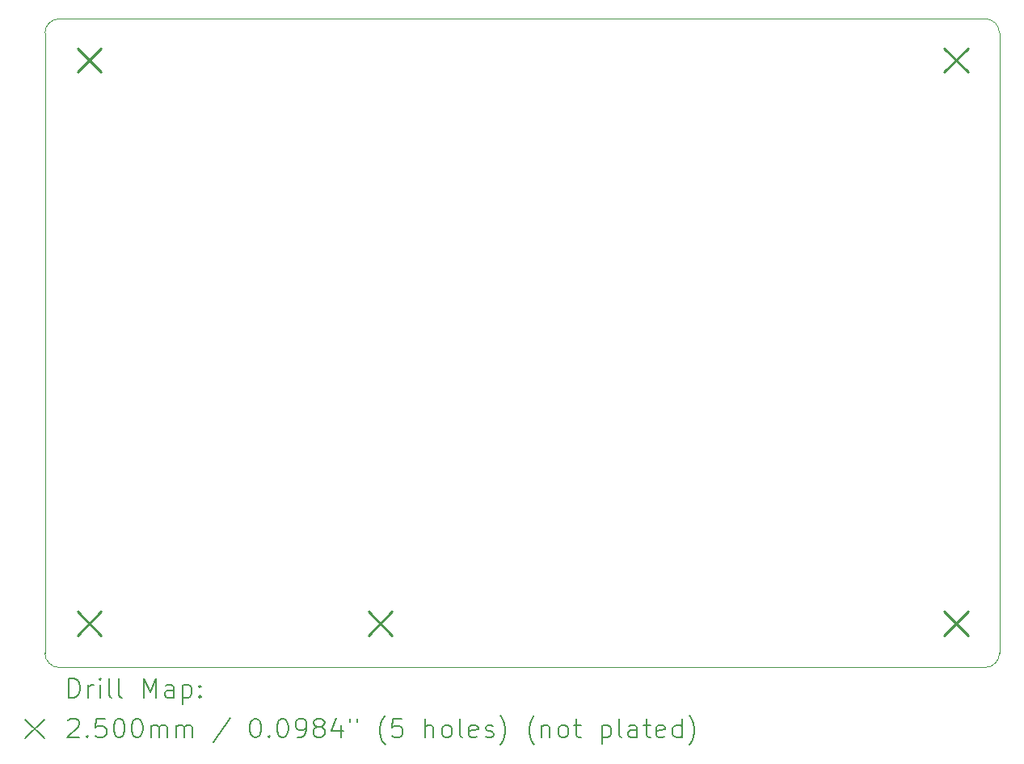
<source format=gbr>
%TF.GenerationSoftware,KiCad,Pcbnew,6.0.9-8da3e8f707~116~ubuntu20.04.1*%
%TF.CreationDate,2022-12-14T15:11:29+01:00*%
%TF.ProjectId,ebaz_adaptor,6562617a-5f61-4646-9170-746f722e6b69,rev?*%
%TF.SameCoordinates,Original*%
%TF.FileFunction,Drillmap*%
%TF.FilePolarity,Positive*%
%FSLAX45Y45*%
G04 Gerber Fmt 4.5, Leading zero omitted, Abs format (unit mm)*
G04 Created by KiCad (PCBNEW 6.0.9-8da3e8f707~116~ubuntu20.04.1) date 2022-12-14 15:11:29*
%MOMM*%
%LPD*%
G01*
G04 APERTURE LIST*
%ADD10C,0.100000*%
%ADD11C,0.200000*%
%ADD12C,0.250000*%
G04 APERTURE END LIST*
D10*
X13450000Y-11000000D02*
X3750000Y-11000000D01*
X13450000Y-11000000D02*
G75*
G03*
X13600000Y-10850000I0J150000D01*
G01*
X3750000Y-4200000D02*
X13450000Y-4200000D01*
X13600000Y-4350000D02*
X13600000Y-10850000D01*
X3600000Y-10850000D02*
G75*
G03*
X3750000Y-11000000I150000J0D01*
G01*
X3750000Y-4200000D02*
G75*
G03*
X3600000Y-4350000I0J-150000D01*
G01*
X13600000Y-4350000D02*
G75*
G03*
X13450000Y-4200000I-150000J0D01*
G01*
X3600000Y-10850000D02*
X3600000Y-4350000D01*
D11*
D12*
X3939000Y-4510500D02*
X4189000Y-4760500D01*
X4189000Y-4510500D02*
X3939000Y-4760500D01*
X3939000Y-10416000D02*
X4189000Y-10666000D01*
X4189000Y-10416000D02*
X3939000Y-10666000D01*
X6987000Y-10416000D02*
X7237000Y-10666000D01*
X7237000Y-10416000D02*
X6987000Y-10666000D01*
X13019500Y-4510500D02*
X13269500Y-4760500D01*
X13269500Y-4510500D02*
X13019500Y-4760500D01*
X13019500Y-10416000D02*
X13269500Y-10666000D01*
X13269500Y-10416000D02*
X13019500Y-10666000D01*
D11*
X3852619Y-11315476D02*
X3852619Y-11115476D01*
X3900238Y-11115476D01*
X3928809Y-11125000D01*
X3947857Y-11144048D01*
X3957381Y-11163095D01*
X3966905Y-11201190D01*
X3966905Y-11229762D01*
X3957381Y-11267857D01*
X3947857Y-11286905D01*
X3928809Y-11305952D01*
X3900238Y-11315476D01*
X3852619Y-11315476D01*
X4052619Y-11315476D02*
X4052619Y-11182143D01*
X4052619Y-11220238D02*
X4062143Y-11201190D01*
X4071667Y-11191667D01*
X4090714Y-11182143D01*
X4109762Y-11182143D01*
X4176428Y-11315476D02*
X4176428Y-11182143D01*
X4176428Y-11115476D02*
X4166905Y-11125000D01*
X4176428Y-11134524D01*
X4185952Y-11125000D01*
X4176428Y-11115476D01*
X4176428Y-11134524D01*
X4300238Y-11315476D02*
X4281190Y-11305952D01*
X4271667Y-11286905D01*
X4271667Y-11115476D01*
X4405000Y-11315476D02*
X4385952Y-11305952D01*
X4376429Y-11286905D01*
X4376429Y-11115476D01*
X4633571Y-11315476D02*
X4633571Y-11115476D01*
X4700238Y-11258333D01*
X4766905Y-11115476D01*
X4766905Y-11315476D01*
X4947857Y-11315476D02*
X4947857Y-11210714D01*
X4938333Y-11191667D01*
X4919286Y-11182143D01*
X4881190Y-11182143D01*
X4862143Y-11191667D01*
X4947857Y-11305952D02*
X4928810Y-11315476D01*
X4881190Y-11315476D01*
X4862143Y-11305952D01*
X4852619Y-11286905D01*
X4852619Y-11267857D01*
X4862143Y-11248809D01*
X4881190Y-11239286D01*
X4928810Y-11239286D01*
X4947857Y-11229762D01*
X5043095Y-11182143D02*
X5043095Y-11382143D01*
X5043095Y-11191667D02*
X5062143Y-11182143D01*
X5100238Y-11182143D01*
X5119286Y-11191667D01*
X5128810Y-11201190D01*
X5138333Y-11220238D01*
X5138333Y-11277381D01*
X5128810Y-11296428D01*
X5119286Y-11305952D01*
X5100238Y-11315476D01*
X5062143Y-11315476D01*
X5043095Y-11305952D01*
X5224048Y-11296428D02*
X5233571Y-11305952D01*
X5224048Y-11315476D01*
X5214524Y-11305952D01*
X5224048Y-11296428D01*
X5224048Y-11315476D01*
X5224048Y-11191667D02*
X5233571Y-11201190D01*
X5224048Y-11210714D01*
X5214524Y-11201190D01*
X5224048Y-11191667D01*
X5224048Y-11210714D01*
X3395000Y-11545000D02*
X3595000Y-11745000D01*
X3595000Y-11545000D02*
X3395000Y-11745000D01*
X3843095Y-11554524D02*
X3852619Y-11545000D01*
X3871667Y-11535476D01*
X3919286Y-11535476D01*
X3938333Y-11545000D01*
X3947857Y-11554524D01*
X3957381Y-11573571D01*
X3957381Y-11592619D01*
X3947857Y-11621190D01*
X3833571Y-11735476D01*
X3957381Y-11735476D01*
X4043095Y-11716428D02*
X4052619Y-11725952D01*
X4043095Y-11735476D01*
X4033571Y-11725952D01*
X4043095Y-11716428D01*
X4043095Y-11735476D01*
X4233571Y-11535476D02*
X4138333Y-11535476D01*
X4128809Y-11630714D01*
X4138333Y-11621190D01*
X4157381Y-11611667D01*
X4205000Y-11611667D01*
X4224048Y-11621190D01*
X4233571Y-11630714D01*
X4243095Y-11649762D01*
X4243095Y-11697381D01*
X4233571Y-11716428D01*
X4224048Y-11725952D01*
X4205000Y-11735476D01*
X4157381Y-11735476D01*
X4138333Y-11725952D01*
X4128809Y-11716428D01*
X4366905Y-11535476D02*
X4385952Y-11535476D01*
X4405000Y-11545000D01*
X4414524Y-11554524D01*
X4424048Y-11573571D01*
X4433571Y-11611667D01*
X4433571Y-11659286D01*
X4424048Y-11697381D01*
X4414524Y-11716428D01*
X4405000Y-11725952D01*
X4385952Y-11735476D01*
X4366905Y-11735476D01*
X4347857Y-11725952D01*
X4338333Y-11716428D01*
X4328810Y-11697381D01*
X4319286Y-11659286D01*
X4319286Y-11611667D01*
X4328810Y-11573571D01*
X4338333Y-11554524D01*
X4347857Y-11545000D01*
X4366905Y-11535476D01*
X4557381Y-11535476D02*
X4576429Y-11535476D01*
X4595476Y-11545000D01*
X4605000Y-11554524D01*
X4614524Y-11573571D01*
X4624048Y-11611667D01*
X4624048Y-11659286D01*
X4614524Y-11697381D01*
X4605000Y-11716428D01*
X4595476Y-11725952D01*
X4576429Y-11735476D01*
X4557381Y-11735476D01*
X4538333Y-11725952D01*
X4528810Y-11716428D01*
X4519286Y-11697381D01*
X4509762Y-11659286D01*
X4509762Y-11611667D01*
X4519286Y-11573571D01*
X4528810Y-11554524D01*
X4538333Y-11545000D01*
X4557381Y-11535476D01*
X4709762Y-11735476D02*
X4709762Y-11602143D01*
X4709762Y-11621190D02*
X4719286Y-11611667D01*
X4738333Y-11602143D01*
X4766905Y-11602143D01*
X4785952Y-11611667D01*
X4795476Y-11630714D01*
X4795476Y-11735476D01*
X4795476Y-11630714D02*
X4805000Y-11611667D01*
X4824048Y-11602143D01*
X4852619Y-11602143D01*
X4871667Y-11611667D01*
X4881190Y-11630714D01*
X4881190Y-11735476D01*
X4976429Y-11735476D02*
X4976429Y-11602143D01*
X4976429Y-11621190D02*
X4985952Y-11611667D01*
X5005000Y-11602143D01*
X5033571Y-11602143D01*
X5052619Y-11611667D01*
X5062143Y-11630714D01*
X5062143Y-11735476D01*
X5062143Y-11630714D02*
X5071667Y-11611667D01*
X5090714Y-11602143D01*
X5119286Y-11602143D01*
X5138333Y-11611667D01*
X5147857Y-11630714D01*
X5147857Y-11735476D01*
X5538333Y-11525952D02*
X5366905Y-11783095D01*
X5795476Y-11535476D02*
X5814524Y-11535476D01*
X5833571Y-11545000D01*
X5843095Y-11554524D01*
X5852619Y-11573571D01*
X5862143Y-11611667D01*
X5862143Y-11659286D01*
X5852619Y-11697381D01*
X5843095Y-11716428D01*
X5833571Y-11725952D01*
X5814524Y-11735476D01*
X5795476Y-11735476D01*
X5776428Y-11725952D01*
X5766905Y-11716428D01*
X5757381Y-11697381D01*
X5747857Y-11659286D01*
X5747857Y-11611667D01*
X5757381Y-11573571D01*
X5766905Y-11554524D01*
X5776428Y-11545000D01*
X5795476Y-11535476D01*
X5947857Y-11716428D02*
X5957381Y-11725952D01*
X5947857Y-11735476D01*
X5938333Y-11725952D01*
X5947857Y-11716428D01*
X5947857Y-11735476D01*
X6081190Y-11535476D02*
X6100238Y-11535476D01*
X6119286Y-11545000D01*
X6128809Y-11554524D01*
X6138333Y-11573571D01*
X6147857Y-11611667D01*
X6147857Y-11659286D01*
X6138333Y-11697381D01*
X6128809Y-11716428D01*
X6119286Y-11725952D01*
X6100238Y-11735476D01*
X6081190Y-11735476D01*
X6062143Y-11725952D01*
X6052619Y-11716428D01*
X6043095Y-11697381D01*
X6033571Y-11659286D01*
X6033571Y-11611667D01*
X6043095Y-11573571D01*
X6052619Y-11554524D01*
X6062143Y-11545000D01*
X6081190Y-11535476D01*
X6243095Y-11735476D02*
X6281190Y-11735476D01*
X6300238Y-11725952D01*
X6309762Y-11716428D01*
X6328809Y-11687857D01*
X6338333Y-11649762D01*
X6338333Y-11573571D01*
X6328809Y-11554524D01*
X6319286Y-11545000D01*
X6300238Y-11535476D01*
X6262143Y-11535476D01*
X6243095Y-11545000D01*
X6233571Y-11554524D01*
X6224048Y-11573571D01*
X6224048Y-11621190D01*
X6233571Y-11640238D01*
X6243095Y-11649762D01*
X6262143Y-11659286D01*
X6300238Y-11659286D01*
X6319286Y-11649762D01*
X6328809Y-11640238D01*
X6338333Y-11621190D01*
X6452619Y-11621190D02*
X6433571Y-11611667D01*
X6424048Y-11602143D01*
X6414524Y-11583095D01*
X6414524Y-11573571D01*
X6424048Y-11554524D01*
X6433571Y-11545000D01*
X6452619Y-11535476D01*
X6490714Y-11535476D01*
X6509762Y-11545000D01*
X6519286Y-11554524D01*
X6528809Y-11573571D01*
X6528809Y-11583095D01*
X6519286Y-11602143D01*
X6509762Y-11611667D01*
X6490714Y-11621190D01*
X6452619Y-11621190D01*
X6433571Y-11630714D01*
X6424048Y-11640238D01*
X6414524Y-11659286D01*
X6414524Y-11697381D01*
X6424048Y-11716428D01*
X6433571Y-11725952D01*
X6452619Y-11735476D01*
X6490714Y-11735476D01*
X6509762Y-11725952D01*
X6519286Y-11716428D01*
X6528809Y-11697381D01*
X6528809Y-11659286D01*
X6519286Y-11640238D01*
X6509762Y-11630714D01*
X6490714Y-11621190D01*
X6700238Y-11602143D02*
X6700238Y-11735476D01*
X6652619Y-11525952D02*
X6605000Y-11668809D01*
X6728809Y-11668809D01*
X6795476Y-11535476D02*
X6795476Y-11573571D01*
X6871667Y-11535476D02*
X6871667Y-11573571D01*
X7166905Y-11811667D02*
X7157381Y-11802143D01*
X7138333Y-11773571D01*
X7128809Y-11754524D01*
X7119286Y-11725952D01*
X7109762Y-11678333D01*
X7109762Y-11640238D01*
X7119286Y-11592619D01*
X7128809Y-11564048D01*
X7138333Y-11545000D01*
X7157381Y-11516428D01*
X7166905Y-11506905D01*
X7338333Y-11535476D02*
X7243095Y-11535476D01*
X7233571Y-11630714D01*
X7243095Y-11621190D01*
X7262143Y-11611667D01*
X7309762Y-11611667D01*
X7328809Y-11621190D01*
X7338333Y-11630714D01*
X7347857Y-11649762D01*
X7347857Y-11697381D01*
X7338333Y-11716428D01*
X7328809Y-11725952D01*
X7309762Y-11735476D01*
X7262143Y-11735476D01*
X7243095Y-11725952D01*
X7233571Y-11716428D01*
X7585952Y-11735476D02*
X7585952Y-11535476D01*
X7671667Y-11735476D02*
X7671667Y-11630714D01*
X7662143Y-11611667D01*
X7643095Y-11602143D01*
X7614524Y-11602143D01*
X7595476Y-11611667D01*
X7585952Y-11621190D01*
X7795476Y-11735476D02*
X7776428Y-11725952D01*
X7766905Y-11716428D01*
X7757381Y-11697381D01*
X7757381Y-11640238D01*
X7766905Y-11621190D01*
X7776428Y-11611667D01*
X7795476Y-11602143D01*
X7824048Y-11602143D01*
X7843095Y-11611667D01*
X7852619Y-11621190D01*
X7862143Y-11640238D01*
X7862143Y-11697381D01*
X7852619Y-11716428D01*
X7843095Y-11725952D01*
X7824048Y-11735476D01*
X7795476Y-11735476D01*
X7976428Y-11735476D02*
X7957381Y-11725952D01*
X7947857Y-11706905D01*
X7947857Y-11535476D01*
X8128809Y-11725952D02*
X8109762Y-11735476D01*
X8071667Y-11735476D01*
X8052619Y-11725952D01*
X8043095Y-11706905D01*
X8043095Y-11630714D01*
X8052619Y-11611667D01*
X8071667Y-11602143D01*
X8109762Y-11602143D01*
X8128809Y-11611667D01*
X8138333Y-11630714D01*
X8138333Y-11649762D01*
X8043095Y-11668809D01*
X8214524Y-11725952D02*
X8233571Y-11735476D01*
X8271667Y-11735476D01*
X8290714Y-11725952D01*
X8300238Y-11706905D01*
X8300238Y-11697381D01*
X8290714Y-11678333D01*
X8271667Y-11668809D01*
X8243095Y-11668809D01*
X8224048Y-11659286D01*
X8214524Y-11640238D01*
X8214524Y-11630714D01*
X8224048Y-11611667D01*
X8243095Y-11602143D01*
X8271667Y-11602143D01*
X8290714Y-11611667D01*
X8366905Y-11811667D02*
X8376428Y-11802143D01*
X8395476Y-11773571D01*
X8405000Y-11754524D01*
X8414524Y-11725952D01*
X8424048Y-11678333D01*
X8424048Y-11640238D01*
X8414524Y-11592619D01*
X8405000Y-11564048D01*
X8395476Y-11545000D01*
X8376428Y-11516428D01*
X8366905Y-11506905D01*
X8728810Y-11811667D02*
X8719286Y-11802143D01*
X8700238Y-11773571D01*
X8690714Y-11754524D01*
X8681190Y-11725952D01*
X8671667Y-11678333D01*
X8671667Y-11640238D01*
X8681190Y-11592619D01*
X8690714Y-11564048D01*
X8700238Y-11545000D01*
X8719286Y-11516428D01*
X8728810Y-11506905D01*
X8805000Y-11602143D02*
X8805000Y-11735476D01*
X8805000Y-11621190D02*
X8814524Y-11611667D01*
X8833571Y-11602143D01*
X8862143Y-11602143D01*
X8881190Y-11611667D01*
X8890714Y-11630714D01*
X8890714Y-11735476D01*
X9014524Y-11735476D02*
X8995476Y-11725952D01*
X8985952Y-11716428D01*
X8976429Y-11697381D01*
X8976429Y-11640238D01*
X8985952Y-11621190D01*
X8995476Y-11611667D01*
X9014524Y-11602143D01*
X9043095Y-11602143D01*
X9062143Y-11611667D01*
X9071667Y-11621190D01*
X9081190Y-11640238D01*
X9081190Y-11697381D01*
X9071667Y-11716428D01*
X9062143Y-11725952D01*
X9043095Y-11735476D01*
X9014524Y-11735476D01*
X9138333Y-11602143D02*
X9214524Y-11602143D01*
X9166905Y-11535476D02*
X9166905Y-11706905D01*
X9176429Y-11725952D01*
X9195476Y-11735476D01*
X9214524Y-11735476D01*
X9433571Y-11602143D02*
X9433571Y-11802143D01*
X9433571Y-11611667D02*
X9452619Y-11602143D01*
X9490714Y-11602143D01*
X9509762Y-11611667D01*
X9519286Y-11621190D01*
X9528810Y-11640238D01*
X9528810Y-11697381D01*
X9519286Y-11716428D01*
X9509762Y-11725952D01*
X9490714Y-11735476D01*
X9452619Y-11735476D01*
X9433571Y-11725952D01*
X9643095Y-11735476D02*
X9624048Y-11725952D01*
X9614524Y-11706905D01*
X9614524Y-11535476D01*
X9805000Y-11735476D02*
X9805000Y-11630714D01*
X9795476Y-11611667D01*
X9776429Y-11602143D01*
X9738333Y-11602143D01*
X9719286Y-11611667D01*
X9805000Y-11725952D02*
X9785952Y-11735476D01*
X9738333Y-11735476D01*
X9719286Y-11725952D01*
X9709762Y-11706905D01*
X9709762Y-11687857D01*
X9719286Y-11668809D01*
X9738333Y-11659286D01*
X9785952Y-11659286D01*
X9805000Y-11649762D01*
X9871667Y-11602143D02*
X9947857Y-11602143D01*
X9900238Y-11535476D02*
X9900238Y-11706905D01*
X9909762Y-11725952D01*
X9928810Y-11735476D01*
X9947857Y-11735476D01*
X10090714Y-11725952D02*
X10071667Y-11735476D01*
X10033571Y-11735476D01*
X10014524Y-11725952D01*
X10005000Y-11706905D01*
X10005000Y-11630714D01*
X10014524Y-11611667D01*
X10033571Y-11602143D01*
X10071667Y-11602143D01*
X10090714Y-11611667D01*
X10100238Y-11630714D01*
X10100238Y-11649762D01*
X10005000Y-11668809D01*
X10271667Y-11735476D02*
X10271667Y-11535476D01*
X10271667Y-11725952D02*
X10252619Y-11735476D01*
X10214524Y-11735476D01*
X10195476Y-11725952D01*
X10185952Y-11716428D01*
X10176429Y-11697381D01*
X10176429Y-11640238D01*
X10185952Y-11621190D01*
X10195476Y-11611667D01*
X10214524Y-11602143D01*
X10252619Y-11602143D01*
X10271667Y-11611667D01*
X10347857Y-11811667D02*
X10357381Y-11802143D01*
X10376429Y-11773571D01*
X10385952Y-11754524D01*
X10395476Y-11725952D01*
X10405000Y-11678333D01*
X10405000Y-11640238D01*
X10395476Y-11592619D01*
X10385952Y-11564048D01*
X10376429Y-11545000D01*
X10357381Y-11516428D01*
X10347857Y-11506905D01*
M02*

</source>
